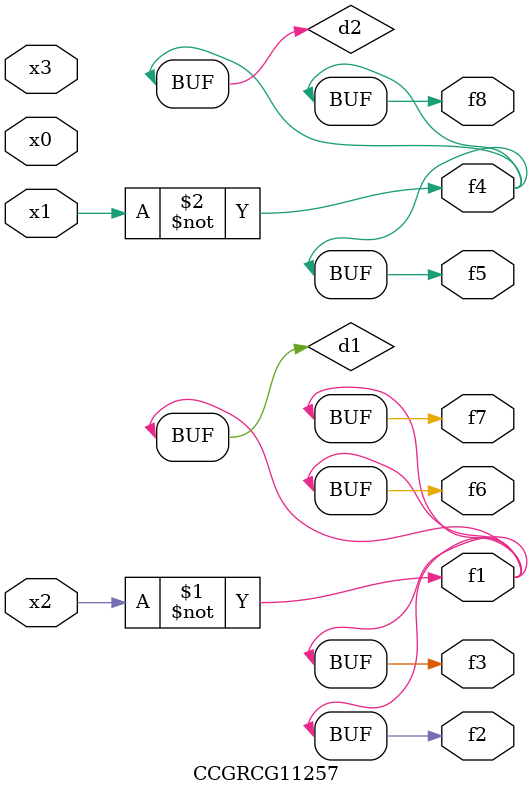
<source format=v>
module CCGRCG11257(
	input x0, x1, x2, x3,
	output f1, f2, f3, f4, f5, f6, f7, f8
);

	wire d1, d2;

	xnor (d1, x2);
	not (d2, x1);
	assign f1 = d1;
	assign f2 = d1;
	assign f3 = d1;
	assign f4 = d2;
	assign f5 = d2;
	assign f6 = d1;
	assign f7 = d1;
	assign f8 = d2;
endmodule

</source>
